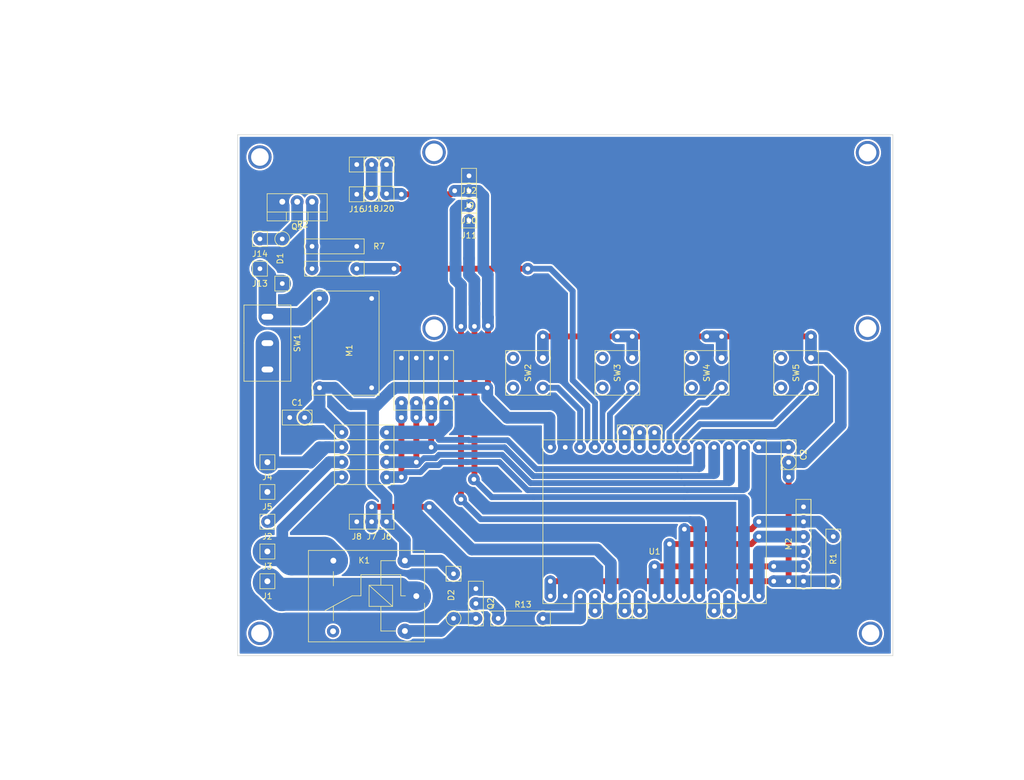
<source format=kicad_pcb>
(kicad_pcb (version 20171130) (host pcbnew "(5.1.6)-1")
  (layers (0 F.Cu signal) (31 B.Cu signal) (34 B.Paste user) (35 F.Paste user hide) (36 B.SilkS user) (37 F.SilkS user) (38 B.Mask user) (39 F.Mask user hide) (44 Edge.Cuts user))
  (net 0 "")
  (net 1 GND)
  (net 2 +5V)
  (net 3 +3V3)
  (net 4 "Net-(C2-Pad2)")
  (net 5 "Net-(D1-Pad2)")
  (net 6 "Net-(D2-Pad2)")
  (net 7 PUMP_IN)
  (net 8 PUMP_OUT)
  (net 9 PUMP2_IN)
  (net 10 LED_DATA)
  (net 11 SDA)
  (net 12 SCL)
  (net 13 +12V)
  (net 14 MISO)
  (net 15 SCLK)
  (net 16 MOSI)
  (net 17 SD_CS)
  (net 18 RELAY)
  (net 19 S_POUT)
  (net 20 S_PIN2)
  (net 21 S_12V)
  (net 22 S_5V)
  (net 23 BUTTON1)
  (net 24 BUTTON2)
  (net 25 BUTTON3)
  (net 26 BUTTON4)
  (net 27 ALARM)
  (net 28 RAW_12V)
  (net 29 "Net-(J17-Pad1)")
  (net 30 "Net-(Q2-Pad2)")
  (net 31 "Net-(Q1-Pad1)")
  (net 32 "Net-(J21-Pad1)")
  (net 33 "Net-(J22-Pad1)")
  (net 34 "Net-(J23-Pad1)")
  (net 35 "Net-(J24-Pad1)")
  (net 36 "Net-(J25-Pad1)")
  (net 37 "Net-(J26-Pad1)")
  (net 38 "Net-(J27-Pad1)")
  (net 39 "Net-(J28-Pad1)")
  (module cnc3018-PCB:ESP32-DEV_0 (layer F.Cu) (at 71.12 -22.86)
    (fp_text reference U1 (at 0 5.08) (layer F.SilkS))
    (fp_text value ESP32_DEV_0)
    (pad 1 thru_hole circle (at -17.78 -12.7) (size 2 2) (drill 0.8) (layers *.Cu *.Mask) (net 2 +5V))
    (pad 2 thru_hole circle (at -15.24 -12.7) (size 2 2) (drill 0.8) (layers *.Cu *.Mask) (net 1 GND))
    (pad 3 thru_hole circle (at -12.7 -12.7) (size 2 2) (drill 0.8) (layers *.Cu *.Mask) (net 23 BUTTON1))
    (pad 4 thru_hole circle (at -10.16 -12.7) (size 2 2) (drill 0.8) (layers *.Cu *.Mask) (net 27 ALARM))
    (pad 5 thru_hole circle (at -7.62 -12.7) (size 2 2) (drill 0.8) (layers *.Cu *.Mask) (net 24 BUTTON2))
    (pad 6 thru_hole circle (at -5.08 -12.7) (size 2 2) (drill 0.8) (layers *.Cu *.Mask) (net 35 "Net-(J24-Pad1)"))
    (pad 7 thru_hole circle (at -2.54 -12.7) (size 2 2) (drill 0.8) (layers *.Cu *.Mask) (net 36 "Net-(J25-Pad1)"))
    (pad 8 thru_hole circle (at 0 -12.7) (size 2 2) (drill 0.8) (layers *.Cu *.Mask) (net 37 "Net-(J26-Pad1)"))
    (pad 9 thru_hole circle (at 2.54 -12.7) (size 2 2) (drill 0.8) (layers *.Cu *.Mask) (net 25 BUTTON3))
    (pad 10 thru_hole circle (at 5.08 -12.7) (size 2 2) (drill 0.8) (layers *.Cu *.Mask) (net 26 BUTTON4))
    (pad 11 thru_hole circle (at 7.62 -12.7) (size 2 2) (drill 0.8) (layers *.Cu *.Mask) (net 22 S_5V))
    (pad 12 thru_hole circle (at 10.16 -12.7) (size 2 2) (drill 0.8) (layers *.Cu *.Mask) (net 21 S_12V))
    (pad 13 thru_hole circle (at 12.7 -12.7) (size 2 2) (drill 0.8) (layers *.Cu *.Mask) (net 20 S_PIN2))
    (pad 14 thru_hole circle (at 15.24 -12.7) (size 2 2) (drill 0.8) (layers *.Cu *.Mask) (net 19 S_POUT))
    (pad 15 thru_hole circle (at 17.78 -12.7) (size 2 2) (drill 0.8) (layers *.Cu *.Mask) (net 4 "Net-(C2-Pad2)"))
    (pad 16 thru_hole circle (at 17.78 12.7) (size 2 2) (drill 0.8) (layers *.Cu *.Mask) (net 16 MOSI))
    (pad 17 thru_hole circle (at 15.24 12.7) (size 2 2) (drill 0.8) (layers *.Cu *.Mask) (net 12 SCL))
    (pad 18 thru_hole circle (at 12.7 12.7) (size 2 2) (drill 0.8) (layers *.Cu *.Mask) (net 39 "Net-(J28-Pad1)"))
    (pad 19 thru_hole circle (at 10.16 12.7) (size 2 2) (drill 0.8) (layers *.Cu *.Mask) (net 38 "Net-(J27-Pad1)"))
    (pad 20 thru_hole circle (at 7.62 12.7) (size 2 2) (drill 0.8) (layers *.Cu *.Mask) (net 11 SDA))
    (pad 21 thru_hole circle (at 5.08 12.7) (size 2 2) (drill 0.8) (layers *.Cu *.Mask) (net 14 MISO))
    (pad 22 thru_hole circle (at 2.54 12.7) (size 2 2) (drill 0.8) (layers *.Cu *.Mask) (net 15 SCLK))
    (pad 23 thru_hole circle (at 0 12.7) (size 2 2) (drill 0.8) (layers *.Cu *.Mask) (net 17 SD_CS))
    (pad 24 thru_hole circle (at -2.54 12.7) (size 2 2) (drill 0.8) (layers *.Cu *.Mask) (net 34 "Net-(J23-Pad1)"))
    (pad 25 thru_hole circle (at -5.08 12.7) (size 2 2) (drill 0.8) (layers *.Cu *.Mask) (net 33 "Net-(J22-Pad1)"))
    (pad 26 thru_hole circle (at -7.62 12.7) (size 2 2) (drill 0.8) (layers *.Cu *.Mask) (net 10 LED_DATA))
    (pad 27 thru_hole circle (at -10.16 12.7) (size 2 2) (drill 0.8) (layers *.Cu *.Mask) (net 32 "Net-(J21-Pad1)"))
    (pad 28 thru_hole circle (at -12.7 12.7) (size 2 2) (drill 0.8) (layers *.Cu *.Mask) (net 18 RELAY))
    (pad 29 thru_hole circle (at -15.24 12.7) (size 2 2) (drill 0.8) (layers *.Cu *.Mask) (net 1 GND))
    (pad 30 thru_hole circle (at -17.78 12.7) (size 2 2) (drill 0.8) (layers *.Cu *.Mask) (net 3 +3V3))
  )
  (module cnc3018-PCB:my1pin (layer F.Cu) (at 20.32 -78.74)
    (fp_text reference J16 (at 0 2.54) (layer F.SilkS))
    (fp_text value LED_GND)
    (pad 1 thru_hole circle (at 0 0) (size 2.2 2.2) (drill 0.8) (layers *.Cu *.Mask) (net 1 GND))
  )
  (module cnc3018-PCB:my2pin (layer F.Cu) (at 11.43 -40.64 180)
    (fp_text reference C1 (at 1.27 2.54) (layer F.SilkS))
    (fp_text value 47uf)
    (pad 2 thru_hole circle (at 2.54 0 180) (size 2.2 2.2) (drill 0.8) (layers *.Cu *.Mask) (net 1 GND))
    (pad 1 thru_hole circle (at 0 0 180) (size 2.2 2.2) (drill 0.8) (layers *.Cu *.Mask) (net 2 +5V))
  )
  (module cnc3018-PCB:my2pin (layer F.Cu) (at 93.98 -33.02 90)
    (fp_text reference C2 (at 1.27 2.54 90) (layer F.SilkS))
    (fp_text value 10uf)
    (pad 1 thru_hole circle (at 0 0 90) (size 2.2 2.2) (drill 0.8) (layers *.Cu *.Mask) (net 3 +3V3))
    (pad 2 thru_hole circle (at 2.54 0 90) (size 2.2 2.2) (drill 0.8) (layers *.Cu *.Mask) (net 4 "Net-(C2-Pad2)"))
  )
  (module cnc3018-PCB:my1pin (layer F.Cu) (at 5.08 -12.7)
    (fp_text reference J1 (at 0 2.54) (layer F.SilkS))
    (fp_text value "PUMP IN")
    (pad 1 thru_hole circle (at 0 0) (size 2.1 2.1) (drill 1) (layers *.Cu *.Mask) (net 7 PUMP_IN))
  )
  (module cnc3018-PCB:my1pin (layer F.Cu) (at 5.08 -17.78)
    (fp_text reference J3 (at 0 2.54) (layer F.SilkS))
    (fp_text value "PUMP OUT")
    (pad 1 thru_hole circle (at 0 0) (size 2.1 2.1) (drill 1) (layers *.Cu *.Mask) (net 8 PUMP_OUT))
  )
  (module cnc3018-PCB:my1pin (layer F.Cu) (at 5.08 -22.86)
    (fp_text reference J2 (at 0 2.54) (layer F.SilkS))
    (fp_text value "PUMP2 IN")
    (pad 1 thru_hole circle (at 0 0) (size 2.1 2.1) (drill 1) (layers *.Cu *.Mask) (net 9 PUMP2_IN))
  )
  (module cnc3018-PCB:my1pin (layer F.Cu) (at 5.08 -33.02)
    (fp_text reference J4 (at 0 2.54) (layer F.SilkS))
    (fp_text value 12V)
    (pad 1 thru_hole circle (at 0 0) (size 2.1 2.1) (drill 1) (layers *.Cu *.Mask) (net 28 RAW_12V))
  )
  (module cnc3018-PCB:my1pin (layer F.Cu) (at 5.08 -27.94)
    (fp_text reference J5 (at 0 2.54) (layer F.SilkS))
    (fp_text value GND)
    (pad 1 thru_hole circle (at 0 0) (size 2.1 2.1) (drill 1) (layers *.Cu *.Mask) (net 1 GND))
  )
  (module cnc3018-PCB:my1pin (layer F.Cu) (at 25.4 -22.86)
    (fp_text reference J6 (at 0 2.54) (layer F.SilkS))
    (fp_text value LED_5V)
    (pad 1 thru_hole circle (at 0 0) (size 2.2 2.2) (drill 0.8) (layers *.Cu *.Mask) (net 2 +5V))
  )
  (module cnc3018-PCB:my1pin (layer F.Cu) (at 22.86 -22.86)
    (fp_text reference J7 (at 0 2.54) (layer F.SilkS))
    (fp_text value LED_DATA)
    (pad 1 thru_hole circle (at 0 0) (size 2.2 2.2) (drill 0.8) (layers *.Cu *.Mask) (net 10 LED_DATA))
  )
  (module cnc3018-PCB:my1pin (layer F.Cu) (at 20.32 -22.86)
    (fp_text reference J8 (at 0 2.54) (layer F.SilkS))
    (fp_text value LED_GND)
    (pad 1 thru_hole circle (at 0 0) (size 2.2 2.2) (drill 0.8) (layers *.Cu *.Mask) (net 1 GND))
  )
  (module cnc3018-PCB:my1pin (layer F.Cu) (at 39.47 -79.34)
    (fp_text reference J9 (at 0 2.54) (layer F.SilkS))
    (fp_text value LCD_5V)
    (pad 1 thru_hole circle (at 0 0) (size 2.2 2.2) (drill 0.8) (layers *.Cu *.Mask) (net 2 +5V))
  )
  (module cnc3018-PCB:my1pin (layer F.Cu) (at 39.47 -76.8)
    (fp_text reference J10 (at 0 2.54) (layer F.SilkS))
    (fp_text value LCD_SDA)
    (pad 1 thru_hole circle (at 0 0) (size 2.2 2.2) (drill 0.8) (layers *.Cu *.Mask) (net 11 SDA))
  )
  (module cnc3018-PCB:my1pin (layer F.Cu) (at 39.47 -74.26)
    (fp_text reference J11 (at 0 2.54) (layer F.SilkS))
    (fp_text value LCD_SCL)
    (pad 1 thru_hole circle (at 0 0) (size 2.2 2.2) (drill 0.8) (layers *.Cu *.Mask) (net 12 SCL))
  )
  (module cnc3018-PCB:my1pin (layer F.Cu) (at 39.47 -81.89)
    (fp_text reference J12 (at 0 2.54) (layer F.SilkS))
    (fp_text value LCD_GND)
    (pad 1 thru_hole circle (at 0 0) (size 2.2 2.2) (drill 0.8) (layers *.Cu *.Mask) (net 1 GND))
  )
  (module cnc3018-PCB:my1pin (layer F.Cu) (at 3.81 -66.04)
    (fp_text reference J13 (at 0 2.54) (layer F.SilkS))
    (fp_text value ALARM+)
    (pad 1 thru_hole circle (at 0 0) (size 2.2 2.2) (drill 0.8) (layers *.Cu *.Mask) (net 13 +12V))
  )
  (module cnc3018-PCB:my1pin (layer F.Cu) (at 3.81 -71.12)
    (fp_text reference J14 (at 0 2.54) (layer F.SilkS))
    (fp_text value ALARM-)
    (pad 1 thru_hole circle (at 0 0) (size 2.2 2.2) (drill 0.8) (layers *.Cu *.Mask) (net 5 "Net-(D1-Pad2)"))
  )
  (module Relay_THT:Relay_SPDT_SANYOU_SRD_Series_Form_C (layer F.Cu) (at 30.48 -10.16 180)
    (fp_text reference K1 (at 8.89 6.096) (layer F.SilkS))
    (fp_text value RELAY)
    (pad 2 thru_hole circle (at 1.95 6.05 270) (size 2.5 2.5) (drill 1) (layers *.Cu *.Mask) (net 2 +5V))
    (pad 3 thru_hole circle (at 14.15 6.05 180) (size 2.1 2.1) (drill 1) (layers *.Cu *.Mask) (net 8 PUMP_OUT))
    (pad 4 thru_hole circle (at 14.2 -6 180) (size 2.1 2.1) (drill 1) (layers *.Cu *.Mask))
    (pad 5 thru_hole circle (at 1.95 -5.95 270) (size 2.5 2.5) (drill 1) (layers *.Cu *.Mask) (net 6 "Net-(D2-Pad2)"))
    (pad 1 thru_hole circle (at 0 0 180) (size 2.1 2.1) (drill 1) (layers *.Cu *.Mask) (net 7 PUMP_IN))
  )
  (module cnc3018-PCB:BUCK01 (layer F.Cu) (at 22.86 -55.88 270)
    (fp_text reference M1 (at 3.81 3.81 90) (layer F.SilkS))
    (fp_text value BUCK01)
    (pad 1 thru_hole circle (at -5.08 0 270) (size 2.2 2.2) (drill 0.8) (layers *.Cu *.Mask) (net 1 GND))
    (pad 2 thru_hole circle (at 10.16 0 270) (size 2.2 2.2) (drill 0.8) (layers *.Cu *.Mask) (net 1 GND))
    (pad 3 thru_hole circle (at 10.16 8.89 270) (size 2.2 2.2) (drill 0.8) (layers *.Cu *.Mask) (net 2 +5V))
    (pad 4 thru_hole circle (at -5.08 8.89 270) (size 2.2 2.2) (drill 0.8) (layers *.Cu *.Mask) (net 13 +12V))
  )
  (module cnc3018-PCB:my6Pin (layer F.Cu) (at 96.52 -25.4 270)
    (fp_text reference M2 (at 6.35 2.54 90) (layer F.SilkS))
    (fp_text value SD_TYP0)
    (pad 1 thru_hole circle (at 0 0 270) (size 2.2 2.2) (drill 0.8) (layers *.Cu *.Mask) (net 1 GND))
    (pad 2 thru_hole circle (at 2.54 0 270) (size 2.2 2.2) (drill 0.8) (layers *.Cu *.Mask) (net 14 MISO))
    (pad 3 thru_hole circle (at 5.08 0 270) (size 2.2 2.2) (drill 0.8) (layers *.Cu *.Mask) (net 15 SCLK))
    (pad 4 thru_hole circle (at 7.62 0 270) (size 2.2 2.2) (drill 0.8) (layers *.Cu *.Mask) (net 16 MOSI))
    (pad 5 thru_hole circle (at 10.16 0 270) (size 2.2 2.2) (drill 0.8) (layers *.Cu *.Mask) (net 17 SD_CS))
    (pad 6 thru_hole circle (at 12.7 0 270) (size 2.2 2.2) (drill 0.8) (layers *.Cu *.Mask) (net 3 +3V3))
  )
  (module cnc3018-PCB:myResistor (layer F.Cu) (at 101.6 -20.32 270)
    (fp_text reference R1 (at 3.81 0 90) (layer F.SilkS))
    (fp_text value 10K)
    (pad 2 thru_hole circle (at 7.62 0 270) (size 2.2 2.2) (drill 0.8) (layers *.Cu *.Mask) (net 3 +3V3))
    (pad 1 thru_hole circle (at 0 0 270) (size 2.2 2.2) (drill 0.8) (layers *.Cu *.Mask) (net 14 MISO))
  )
  (module cnc3018-PCB:myResistor (layer F.Cu) (at 17.78 -30.48)
    (fp_text reference R3)
    (fp_text value 4.7K)
    (pad 1 thru_hole circle (at 0 0) (size 2.2 2.2) (drill 0.8) (layers *.Cu *.Mask) (net 8 PUMP_OUT))
    (pad 2 thru_hole circle (at 7.62 0) (size 2.2 2.2) (drill 0.8) (layers *.Cu *.Mask) (net 19 S_POUT))
  )
  (module cnc3018-PCB:myResistor (layer F.Cu) (at 17.78 -33.02)
    (fp_text reference R4)
    (fp_text value 4.7K)
    (pad 2 thru_hole circle (at 7.62 0) (size 2.2 2.2) (drill 0.8) (layers *.Cu *.Mask) (net 20 S_PIN2))
    (pad 1 thru_hole circle (at 0 0) (size 2.2 2.2) (drill 0.8) (layers *.Cu *.Mask) (net 9 PUMP2_IN))
  )
  (module cnc3018-PCB:myResistor (layer F.Cu) (at 17.78 -35.56)
    (fp_text reference R5)
    (fp_text value 4.7K)
    (pad 2 thru_hole circle (at 7.62 0) (size 2.2 2.2) (drill 0.8) (layers *.Cu *.Mask) (net 21 S_12V))
    (pad 1 thru_hole circle (at 0 0) (size 2.2 2.2) (drill 0.8) (layers *.Cu *.Mask) (net 28 RAW_12V))
  )
  (module cnc3018-PCB:myResistor (layer F.Cu) (at 17.78 -38.1)
    (fp_text reference R6 hide)
    (fp_text value 10K)
    (pad 2 thru_hole circle (at 7.62 0) (size 2.2 2.2) (drill 0.8) (layers *.Cu *.Mask) (net 22 S_5V))
    (pad 1 thru_hole circle (at 0 0) (size 2.2 2.2) (drill 0.8) (layers *.Cu *.Mask) (net 2 +5V))
  )
  (module cnc3018-PCB:myResistor (layer F.Cu) (at 27.94 -43.18 90)
    (fp_text reference R8)
    (fp_text value 1K)
    (pad 2 thru_hole circle (at 7.62 0 90) (size 2.2 2.2) (drill 0.8) (layers *.Cu *.Mask) (net 1 GND))
    (pad 1 thru_hole circle (at 0 0 90) (size 2.2 2.2) (drill 0.8) (layers *.Cu *.Mask) (net 19 S_POUT))
  )
  (module cnc3018-PCB:myResistor (layer F.Cu) (at 30.48 -43.18 90)
    (fp_text reference R9)
    (fp_text value 1K)
    (pad 2 thru_hole circle (at 7.62 0 90) (size 2.2 2.2) (drill 0.8) (layers *.Cu *.Mask) (net 1 GND))
    (pad 1 thru_hole circle (at 0 0 90) (size 2.2 2.2) (drill 0.8) (layers *.Cu *.Mask) (net 20 S_PIN2))
  )
  (module cnc3018-PCB:myResistor (layer F.Cu) (at 33.02 -43.18 90)
    (fp_text reference R10)
    (fp_text value 1K)
    (pad 2 thru_hole circle (at 7.62 0 90) (size 2.2 2.2) (drill 0.8) (layers *.Cu *.Mask) (net 1 GND))
    (pad 1 thru_hole circle (at 0 0 90) (size 2.2 2.2) (drill 0.8) (layers *.Cu *.Mask) (net 21 S_12V))
  )
  (module cnc3018-PCB:myResistor (layer F.Cu) (at 35.56 -43.18 90)
    (fp_text reference R11)
    (fp_text value 10K)
    (pad 2 thru_hole circle (at 7.62 0 90) (size 2.2 2.2) (drill 0.8) (layers *.Cu *.Mask) (net 1 GND))
    (pad 1 thru_hole circle (at 0 0 90) (size 2.2 2.2) (drill 0.8) (layers *.Cu *.Mask) (net 22 S_5V))
  )
  (module cnc3018-PCB:myResistor (layer F.Cu) (at 44.45 -6.35)
    (fp_text reference R13 (at 4.225 -2.375) (layer F.SilkS))
    (fp_text value 1K)
    (pad 1 thru_hole circle (at 0 0) (size 2.2 2.2) (drill 0.8) (layers *.Cu *.Mask) (net 30 "Net-(Q2-Pad2)"))
    (pad 2 thru_hole circle (at 7.62 0) (size 2.2 2.2) (drill 0.8) (layers *.Cu *.Mask) (net 18 RELAY))
  )
  (module cnc3018-PCB:SW_DPDT_BLUE_LEVER (layer F.Cu) (at 5.08 -53.34 90)
    (fp_text reference SW1 (at 0 5.08 90) (layer F.SilkS))
    (fp_text value POWER)
    (pad 2 thru_hole oval (at 0 0 90) (size 2 3) (drill oval 1 2) (layers *.Cu *.Mask) (net 28 RAW_12V))
    (pad 1 thru_hole oval (at -4.5 0 90) (size 2 3) (drill oval 1 2) (layers *.Cu *.Mask) (net 28 RAW_12V))
    (pad 3 thru_hole oval (at 4.5 0 90) (size 2 3) (drill oval 1 2) (layers *.Cu *.Mask) (net 13 +12V))
  )
  (module cnc3018-PCB:BUTTON (layer F.Cu) (at 49.53 -48.26 90)
    (fp_text reference SW2 (at 0 0 90) (layer F.SilkS))
    (fp_text value BUTTON1)
    (pad 3 thru_hole circle (at -2.54 -2.54 90) (size 2.1 2.1) (drill 1) (layers *.Cu *.Mask))
    (pad 4 thru_hole circle (at 2.54 -2.54 90) (size 2.1 2.1) (drill 1) (layers *.Cu *.Mask))
    (pad 2 thru_hole circle (at -2.54 2.54 90) (size 2.1 2.1) (drill 1) (layers *.Cu *.Mask) (net 23 BUTTON1))
    (pad 1 thru_hole circle (at 2.54 2.54 90) (size 2.1 2.1) (drill 1) (layers *.Cu *.Mask) (net 3 +3V3))
  )
  (module cnc3018-PCB:BUTTON (layer F.Cu) (at 64.77 -48.26 90)
    (fp_text reference SW3 (at 0 0 90) (layer F.SilkS))
    (fp_text value BUTTON2)
    (pad 1 thru_hole circle (at 2.54 2.54 90) (size 2.1 2.1) (drill 1) (layers *.Cu *.Mask) (net 3 +3V3))
    (pad 2 thru_hole circle (at -2.54 2.54 90) (size 2.1 2.1) (drill 1) (layers *.Cu *.Mask) (net 24 BUTTON2))
    (pad 4 thru_hole circle (at 2.54 -2.54 90) (size 2.1 2.1) (drill 1) (layers *.Cu *.Mask))
    (pad 3 thru_hole circle (at -2.54 -2.54 90) (size 2.1 2.1) (drill 1) (layers *.Cu *.Mask))
  )
  (module cnc3018-PCB:BUTTON (layer F.Cu) (at 80.01 -48.26 90)
    (fp_text reference SW4 (at 0 0 90) (layer F.SilkS))
    (fp_text value BUTTON3)
    (pad 3 thru_hole circle (at -2.54 -2.54 90) (size 2.1 2.1) (drill 1) (layers *.Cu *.Mask))
    (pad 4 thru_hole circle (at 2.54 -2.54 90) (size 2.1 2.1) (drill 1) (layers *.Cu *.Mask))
    (pad 2 thru_hole circle (at -2.54 2.54 90) (size 2.1 2.1) (drill 1) (layers *.Cu *.Mask) (net 25 BUTTON3))
    (pad 1 thru_hole circle (at 2.54 2.54 90) (size 2.1 2.1) (drill 1) (layers *.Cu *.Mask) (net 3 +3V3))
  )
  (module cnc3018-PCB:BUTTON (layer F.Cu) (at 95.25 -48.26 90)
    (fp_text reference SW5 (at 0 0 90) (layer F.SilkS))
    (fp_text value BUTTON4)
    (pad 1 thru_hole circle (at 2.54 2.54 90) (size 2.1 2.1) (drill 1) (layers *.Cu *.Mask) (net 3 +3V3))
    (pad 2 thru_hole circle (at -2.54 2.54 90) (size 2.1 2.1) (drill 1) (layers *.Cu *.Mask) (net 26 BUTTON4))
    (pad 4 thru_hole circle (at 2.54 -2.54 90) (size 2.1 2.1) (drill 1) (layers *.Cu *.Mask))
    (pad 3 thru_hole circle (at -2.54 -2.54 90) (size 2.1 2.1) (drill 1) (layers *.Cu *.Mask))
  )
  (module cnc3018-PCB:my1pin (layer F.Cu) (at 20.32 -83.82 90)
    (fp_text reference J15)
    (fp_text value LED_GND)
    (pad 1 thru_hole circle (at 0 0 90) (size 2.2 2.2) (drill 0.8) (layers *.Cu *.Mask) (net 1 GND))
  )
  (module cnc3018-PCB:my1pin (layer F.Cu) (at 22.86 -83.82)
    (fp_text reference J17)
    (fp_text value LED_DATA)
    (pad 1 thru_hole circle (at 0 0) (size 2.2 2.2) (drill 0.8) (layers *.Cu *.Mask) (net 29 "Net-(J17-Pad1)"))
  )
  (module cnc3018-PCB:my1pin (layer F.Cu) (at 22.770001 -78.829999)
    (fp_text reference J18 (at 0 2.54) (layer F.SilkS))
    (fp_text value LED_DATA)
    (pad 1 thru_hole circle (at 0 0) (size 2.2 2.2) (drill 0.8) (layers *.Cu *.Mask) (net 29 "Net-(J17-Pad1)"))
  )
  (module cnc3018-PCB:my1pin (layer F.Cu) (at 25.4 -83.82)
    (fp_text reference J19)
    (fp_text value LED_5V)
    (pad 1 thru_hole circle (at 0 0) (size 2.2 2.2) (drill 0.8) (layers *.Cu *.Mask) (net 2 +5V))
  )
  (module cnc3018-PCB:my1pin (layer F.Cu) (at 25.4 -78.829999)
    (fp_text reference J20 (at 0 2.54) (layer F.SilkS))
    (fp_text value LED_5V)
    (pad 1 thru_hole circle (at 0 0) (size 2.2 2.2) (drill 0.8) (layers *.Cu *.Mask) (net 2 +5V))
  )
  (module cnc3018-PCB:my3pin (layer F.Cu) (at 40.64 -8.89 90)
    (fp_text reference Q2 (at 0 2.54 90) (layer F.SilkS))
    (fp_text value BCS547)
    (pad 1 thru_hole circle (at -2.54 0 90) (size 2.2 2.2) (drill 0.8) (layers *.Cu *.Mask) (net 6 "Net-(D2-Pad2)"))
    (pad 2 thru_hole circle (at 0 0 90) (size 2.2 2.2) (drill 0.8) (layers *.Cu *.Mask) (net 30 "Net-(Q2-Pad2)"))
    (pad 3 thru_hole circle (at 2.54 0 90) (size 2.2 2.2) (drill 0.8) (layers *.Cu *.Mask) (net 1 GND))
  )
  (module cnc3018-PCB:mySkip2 (layer F.Cu) (at 36.83 -13.97 270)
    (fp_text reference D2 (at 3.645 0.405 90) (layer F.SilkS))
    (fp_text value 1N4005)
    (pad 1 thru_hole circle (at 0 0 270) (size 2.2 2.2) (drill 0.8) (layers *.Cu *.Mask) (net 2 +5V))
    (pad 2 thru_hole circle (at 7.62 0 270) (size 2.2 2.2) (drill 0.8) (layers *.Cu *.Mask) (net 6 "Net-(D2-Pad2)"))
  )
  (module Package_TO_SOT_THT:TO-220-3_Vertical (layer F.Cu) (at 12.7 -77.47 180)
    (fp_text reference Q1 (at 2.54 -4.27) (layer F.SilkS))
    (fp_text value IRLZ44N)
    (pad 1 thru_hole circle (at 0 0 180) (size 2.2 2.2) (drill 1) (layers *.Cu *.Mask) (net 31 "Net-(Q1-Pad1)"))
    (pad 2 thru_hole circle (at 2.54 0 180) (size 2.2 2.2) (drill 1) (layers *.Cu *.Mask) (net 5 "Net-(D1-Pad2)"))
    (pad 3 thru_hole circle (at 5.08 0 180) (size 2.2 2.2) (drill 1) (layers *.Cu *.Mask) (net 1 GND))
  )
  (module cnc3018-PCB:myResistor (layer F.Cu) (at 20.32 -66.04 180)
    (fp_text reference R2 (at 9.217999 7.559999) (layer F.SilkS))
    (fp_text value 220)
    (pad 1 thru_hole circle (at 0 0 180) (size 2.2 2.2) (drill 0.8) (layers *.Cu *.Mask) (net 27 ALARM))
    (pad 2 thru_hole circle (at 7.62 0 180) (size 2.2 2.2) (drill 0.8) (layers *.Cu *.Mask) (net 31 "Net-(Q1-Pad1)"))
  )
  (module cnc3018-PCB:myResistor (layer F.Cu) (at 12.7 -69.85)
    (fp_text reference R7 (at 11.43 0) (layer F.SilkS))
    (fp_text value 10K)
    (pad 2 thru_hole circle (at 7.62 0) (size 2.2 2.2) (drill 0.8) (layers *.Cu *.Mask) (net 1 GND))
    (pad 1 thru_hole circle (at 0 0) (size 2.2 2.2) (drill 0.8) (layers *.Cu *.Mask) (net 31 "Net-(Q1-Pad1)"))
  )
  (module cnc3018-PCB:mySkip2 (layer F.Cu) (at 7.62 -63.5 90)
    (fp_text reference D1 (at 4.275 -0.37 90) (layer F.SilkS))
    (fp_text value 1N5818)
    (pad 1 thru_hole circle (at 0 0 90) (size 2.2 2.2) (drill 0.8) (layers *.Cu *.Mask) (net 13 +12V))
    (pad 2 thru_hole circle (at 7.62 0 90) (size 2.2 2.2) (drill 0.8) (layers *.Cu *.Mask) (net 5 "Net-(D1-Pad2)"))
  )
  (module cnc3018-PCB:my1pin (layer F.Cu) (at 60.96 -7.62)
    (fp_text reference J21)
    (fp_text value AUX)
    (pad 1 thru_hole circle (at 0 0) (size 2.2 2.2) (drill 0.8) (layers *.Cu *.Mask) (net 32 "Net-(J21-Pad1)"))
  )
  (module cnc3018-PCB:my1pin (layer F.Cu) (at 66.04 -7.62)
    (fp_text reference J22)
    (fp_text value AUX)
    (pad 1 thru_hole circle (at 0 0) (size 2.2 2.2) (drill 0.8) (layers *.Cu *.Mask) (net 33 "Net-(J22-Pad1)"))
  )
  (module cnc3018-PCB:my1pin (layer F.Cu) (at 68.58 -7.62)
    (fp_text reference J23)
    (fp_text value AUX)
    (pad 1 thru_hole circle (at 0 0) (size 2.2 2.2) (drill 0.8) (layers *.Cu *.Mask) (net 34 "Net-(J23-Pad1)"))
  )
  (module cnc3018-PCB:my1pin (layer F.Cu) (at 66.04 -38.1)
    (fp_text reference J24)
    (fp_text value AUX)
    (pad 1 thru_hole circle (at 0 0) (size 2.2 2.2) (drill 0.8) (layers *.Cu *.Mask) (net 35 "Net-(J24-Pad1)"))
  )
  (module cnc3018-PCB:my1pin (layer F.Cu) (at 68.58 -38.1)
    (fp_text reference J25)
    (fp_text value AUX)
    (pad 1 thru_hole circle (at 0 0) (size 2.2 2.2) (drill 0.8) (layers *.Cu *.Mask) (net 36 "Net-(J25-Pad1)"))
  )
  (module cnc3018-PCB:my1pin (layer F.Cu) (at 71.12 -38.1)
    (fp_text reference J26)
    (fp_text value AUX)
    (pad 1 thru_hole circle (at 0 0) (size 2.2 2.2) (drill 0.8) (layers *.Cu *.Mask) (net 37 "Net-(J26-Pad1)"))
  )
  (module cnc3018-PCB:my1pin (layer F.Cu) (at 81.28 -7.62)
    (fp_text reference J27)
    (fp_text value AUX)
    (pad 1 thru_hole circle (at 0 0) (size 2.2 2.2) (drill 0.8) (layers *.Cu *.Mask) (net 38 "Net-(J27-Pad1)"))
  )
  (module cnc3018-PCB:my1pin (layer F.Cu) (at 83.82 -7.62)
    (fp_text reference J28)
    (fp_text value AUX)
    (pad 1 thru_hole circle (at 0 0) (size 2.2 2.2) (drill 0.8) (layers *.Cu *.Mask) (net 39 "Net-(J28-Pad1)"))
  )
  (gr_line (start 111.76 -88.9) (end 0 -88.9) (layer Edge.Cuts) (width 0.1))
  (gr_line (start 111.76 0) (end 111.76 -88.9) (layer Edge.Cuts) (width 0.1))
  (gr_line (start 0 0) (end 111.76 0) (layer Edge.Cuts) (width 0.1))
  (gr_line (start 0 -88.9) (end 0 0) (layer Edge.Cuts) (width 0.1))
  (via (at 107.442 -85.852) (size 4) (drill 3) (layers F.Cu B.Cu) (net 0))
  (via (at 107.95 -3.81) (size 4) (drill 3) (layers F.Cu B.Cu) (net 0))
  (via (at 33.528 -55.88) (size 4) (drill 3) (layers F.Cu B.Cu) (net 0))
  (via (at 3.81 -3.81) (size 4) (drill 3) (layers F.Cu B.Cu) (net 0))
  (via (at 107.442 -55.88) (size 4) (drill 3) (layers F.Cu B.Cu) (net 0))
  (via (at 33.5 -85.9) (size 4) (drill 3) (layers F.Cu B.Cu) (net 0))
  (via (at 3.8 -85.1) (size 4) (drill 3) (layers F.Cu B.Cu) (net 0))
  (segment (start 13.97 -45.72) (end 16.51 -45.72) (width 2) (layer B.Cu) (net 2))
  (segment (start 28.53 -19.73) (end 28.53 -16.21) (width 2) (layer B.Cu) (net 2))
  (segment (start 13.97 -43.18) (end 11.43 -40.64) (width 2) (layer B.Cu) (net 2))
  (segment (start 15.24 -40.64) (end 17.78 -38.1) (width 2) (layer B.Cu) (net 2))
  (segment (start 11.43 -40.64) (end 15.24 -40.64) (width 2) (layer B.Cu) (net 2))
  (segment (start 13.97 -41.91) (end 15.24 -40.64) (width 2) (layer B.Cu) (net 2))
  (segment (start 13.97 -43.18) (end 13.97 -41.91) (width 2) (layer B.Cu) (net 2))
  (segment (start 25.4 -22.86) (end 27.305 -20.955) (width 2) (layer B.Cu) (net 2))
  (segment (start 27.305 -20.955) (end 28.53 -19.73) (width 2) (layer B.Cu) (net 2))
  (segment (start 13.97 -45.72) (end 13.97 -44.45) (width 2) (layer B.Cu) (net 2))
  (segment (start 13.97 -44.45) (end 13.97 -43.18) (width 2) (layer B.Cu) (net 2))
  (segment (start 16.51 -45.72) (end 17.145 -45.085) (width 2) (layer B.Cu) (net 2))
  (segment (start 18.415 -43.815) (end 16.51 -45.72) (width 2) (layer B.Cu) (net 2))
  (segment (start 17.145 -45.085) (end 18.415 -43.815) (width 2) (layer B.Cu) (net 2))
  (segment (start 25.4 -83.82) (end 25.4 -78.829999) (width 2) (layer B.Cu) (net 2))
  (via (at 27.94 -78.74) (size 2) (drill 0.8) (layers F.Cu B.Cu) (net 2))
  (segment (start 39.47 -79.34) (end 37.0174 -79.34) (width 2) (layer B.Cu) (net 2))
  (segment (start 37.0174 -79.34) (end 37.0174 -79.34) (width 2) (layer B.Cu) (net 2))
  (via (at 37.0174 -79.34) (size 2) (drill 0.8) (layers F.Cu B.Cu) (net 2))
  (segment (start 18.415 -43.815) (end 19.304 -42.926) (width 2) (layer B.Cu) (net 2))
  (segment (start 19.304 -42.926) (end 23.876 -42.926) (width 2) (layer B.Cu) (net 2))
  (segment (start 23.099999 -29.351001) (end 23.099999 -42.149999) (width 2) (layer B.Cu) (net 2))
  (segment (start 23.099999 -42.149999) (end 23.876 -42.926) (width 2) (layer B.Cu) (net 2))
  (segment (start 28.82002 -15.91998) (end 28.53 -16.21) (width 2) (layer B.Cu) (net 2))
  (segment (start 25.4 -27.051) (end 25.4 -22.86) (width 2) (layer B.Cu) (net 2))
  (segment (start 23.099999 -29.351001) (end 25.4 -27.051) (width 2) (layer B.Cu) (net 2))
  (segment (start 27.850001 -78.829999) (end 27.94 -78.74) (width 2) (layer B.Cu) (net 2))
  (segment (start 25.4 -78.829999) (end 27.850001 -78.829999) (width 2) (layer B.Cu) (net 2))
  (segment (start 36.4174 -78.74) (end 37.0174 -79.34) (width 1) (layer F.Cu) (net 2))
  (segment (start 27.94 -78.74) (end 36.4174 -78.74) (width 1) (layer F.Cu) (net 2))
  (segment (start 41.91 -78.455634) (end 41.91 -65.786) (width 2) (layer B.Cu) (net 2))
  (segment (start 41.025634 -79.34) (end 41.91 -78.455634) (width 2) (layer B.Cu) (net 2))
  (segment (start 41.91 -65.786) (end 42.672 -65.024) (width 2) (layer B.Cu) (net 2))
  (segment (start 39.47 -79.34) (end 41.025634 -79.34) (width 2) (layer B.Cu) (net 2))
  (segment (start 34.59 -16.21) (end 36.83 -13.97) (width 2) (layer B.Cu) (net 2))
  (segment (start 28.53 -16.21) (end 34.59 -16.21) (width 2) (layer B.Cu) (net 2))
  (segment (start 42.672 -57.772) (end 42.7 -57.744) (width 2) (layer B.Cu) (net 2))
  (segment (start 42.672 -65.024) (end 42.672 -57.772) (width 2) (layer B.Cu) (net 2))
  (segment (start 42.7 -57.744) (end 42.7 -56.3) (width 2) (layer B.Cu) (net 2))
  (segment (start 26.430001 -45.480001) (end 26.557001 -45.480001) (width 2) (layer B.Cu) (net 2))
  (segment (start 23.876 -42.926) (end 26.430001 -45.480001) (width 2) (layer B.Cu) (net 2))
  (segment (start 26.797 -45.72) (end 42.58 -45.72) (width 2) (layer B.Cu) (net 2))
  (segment (start 26.557001 -45.480001) (end 26.797 -45.72) (width 2) (layer B.Cu) (net 2))
  (segment (start 42.7 -56.3) (end 42.7 -56.3) (width 2) (layer B.Cu) (net 2))
  (via (at 42.7 -56.3) (size 2) (drill 0.8) (layers F.Cu B.Cu) (net 2))
  (segment (start 42.58 -45.72) (end 42.58 -45.72) (width 2) (layer B.Cu) (net 2))
  (via (at 42.58 -45.72) (size 2) (drill 0.8) (layers F.Cu B.Cu) (net 2))
  (segment (start 42.7 -45.84) (end 42.58 -45.72) (width 1) (layer F.Cu) (net 2))
  (segment (start 42.7 -56.3) (end 42.7 -45.84) (width 1) (layer F.Cu) (net 2))
  (segment (start 42.58 -45.72) (end 42.58 -44.02) (width 2) (layer B.Cu) (net 2))
  (segment (start 42.58 -44.02) (end 46 -40.6) (width 2) (layer B.Cu) (net 2))
  (segment (start 46 -40.6) (end 53.2 -40.6) (width 2) (layer B.Cu) (net 2))
  (segment (start 53.2 -35.7) (end 53.34 -35.56) (width 2) (layer B.Cu) (net 2))
  (segment (start 53.2 -40.6) (end 53.2 -35.7) (width 2) (layer B.Cu) (net 2))
  (segment (start 96.52 -12.7) (end 93.98 -12.7) (width 2) (layer B.Cu) (net 3))
  (segment (start 96.52 -12.7) (end 101.6 -12.7) (width 2) (layer B.Cu) (net 3))
  (segment (start 91.44 -12.7) (end 91.44 -12.7) (width 2) (layer B.Cu) (net 3))
  (via (at 91.44 -12.7) (size 2) (drill 0.8) (layers F.Cu B.Cu) (net 3))
  (via (at 53.34 -12.7) (size 2) (drill 0.8) (layers F.Cu B.Cu) (net 3))
  (segment (start 93.98 -12.7) (end 91.44 -12.7) (width 2) (layer B.Cu) (net 3))
  (via (at 93.98 -12.7) (size 2) (drill 0.8) (layers F.Cu B.Cu) (net 3))
  (via (at 93.98 -30.48) (size 2) (drill 0.8) (layers F.Cu B.Cu) (net 3))
  (segment (start 53.34 -10.16) (end 53.34 -12.7) (width 2) (layer B.Cu) (net 3))
  (segment (start 91.44 -12.7) (end 53.34 -12.7) (width 1) (layer F.Cu) (net 3))
  (segment (start 67.31 -54.483) (end 64.77 -54.483) (width 2) (layer B.Cu) (net 3))
  (segment (start 82.55 -54.483) (end 80.01 -54.483) (width 2) (layer B.Cu) (net 3))
  (via (at 80.01 -54.483) (size 2) (drill 0.8) (layers F.Cu B.Cu) (net 3))
  (via (at 82.55 -54.483) (size 2) (drill 0.8) (layers F.Cu B.Cu) (net 3))
  (via (at 67.31 -54.483) (size 2) (drill 0.8) (layers F.Cu B.Cu) (net 3))
  (via (at 64.77 -54.483) (size 2) (drill 0.8) (layers F.Cu B.Cu) (net 3))
  (via (at 52.07 -54.483) (size 2) (drill 0.8) (layers F.Cu B.Cu) (net 3))
  (via (at 97.79 -54.483) (size 2) (drill 0.8) (layers F.Cu B.Cu) (net 3))
  (segment (start 93.98 -33.02) (end 96.52 -33.02) (width 2) (layer B.Cu) (net 3))
  (segment (start 93.98 -12.7) (end 93.98 -29.21) (width 1) (layer F.Cu) (net 3))
  (segment (start 80.01 -54.483) (end 67.185998 -54.483) (width 1) (layer F.Cu) (net 3))
  (segment (start 64.77 -54.483) (end 52.07 -54.483) (width 1) (layer F.Cu) (net 3))
  (segment (start 96.52 -33.02) (end 102.87 -39.37) (width 2) (layer B.Cu) (net 3))
  (segment (start 102.87 -39.37) (end 102.87 -48.26) (width 2) (layer B.Cu) (net 3))
  (segment (start 102.87 -48.26) (end 100.33 -50.8) (width 2) (layer B.Cu) (net 3))
  (segment (start 100.33 -50.8) (end 97.79 -50.8) (width 2) (layer B.Cu) (net 3))
  (segment (start 82.55 -50.8) (end 82.55 -54.483) (width 2) (layer B.Cu) (net 3))
  (segment (start 67.31 -50.8) (end 67.31 -54.483) (width 2) (layer B.Cu) (net 3))
  (segment (start 52.07 -50.8) (end 52.07 -54.483) (width 2) (layer B.Cu) (net 3))
  (segment (start 97.79 -50.8) (end 97.79 -54.483) (width 2) (layer B.Cu) (net 3))
  (segment (start 82.55 -54.483) (end 97.79 -54.483) (width 1) (layer F.Cu) (net 3))
  (segment (start 93.98 -33.02) (end 93.98 -30.48) (width 2) (layer B.Cu) (net 3))
  (segment (start 93.98 -29.21) (end 93.98 -30.48) (width 1) (layer F.Cu) (net 3))
  (segment (start 88.9 -35.56) (end 93.98 -35.56) (width 2) (layer B.Cu) (net 4))
  (segment (start 3.81 -71.12) (end 7.62 -71.12) (width 2) (layer B.Cu) (net 5))
  (segment (start 7.62 -71.12) (end 10.16 -73.66) (width 2) (layer B.Cu) (net 5))
  (segment (start 10.16 -73.66) (end 10.16 -77.47) (width 2) (layer B.Cu) (net 5))
  (segment (start 28.93 -3.81) (end 28.53 -4.21) (width 2) (layer B.Cu) (net 6))
  (segment (start 34.69 -4.21) (end 36.83 -6.35) (width 2) (layer B.Cu) (net 6))
  (segment (start 28.53 -4.21) (end 34.69 -4.21) (width 2) (layer B.Cu) (net 6))
  (segment (start 36.83 -6.35) (end 40.64 -6.35) (width 2) (layer B.Cu) (net 6))
  (segment (start 5.210495 -12.4714) (end 5.090485 -12.4714) (width 5) (layer B.Cu) (net 7))
  (segment (start 7.52539 -10.08951) (end 5.1054 -12.5095) (width 5) (layer B.Cu) (net 7))
  (segment (start 30.48 -10.16) (end 24.13 -10.16) (width 5) (layer B.Cu) (net 7))
  (segment (start 19.05 -10.16) (end 7.62 -10.16) (width 5) (layer B.Cu) (net 7))
  (segment (start 24.13 -10.16) (end 24.13 -10.16) (width 5) (layer B.Cu) (net 7))
  (segment (start 30.48 -10.16) (end 27.94 -10.16) (width 5) (layer B.Cu) (net 7))
  (segment (start 19.05 -10.16) (end 20.32 -11.43) (width 1.5) (layer B.Cu) (net 7))
  (segment (start 20.193 -11.303) (end 19.05 -10.16) (width 1.5) (layer B.Cu) (net 7))
  (segment (start 24.13 -10.16) (end 19.05 -10.16) (width 5) (layer B.Cu) (net 7))
  (segment (start 28.067 -12.2809) (end 30.41699 -9.93091) (width 2) (layer B.Cu) (net 7))
  (segment (start 5.1435 -12.2809) (end 28.0035 -12.2809) (width 2) (layer B.Cu) (net 7))
  (segment (start 5.08 -12.7) (end 5.27001 -12.50999) (width 2) (layer B.Cu) (net 7))
  (segment (start 14.76 -17.78) (end 16.33 -16.21) (width 5) (layer B.Cu) (net 8))
  (segment (start 15.24 -18.26) (end 14.76 -17.78) (width 1.5) (layer B.Cu) (net 8))
  (segment (start 9.19 -16.21) (end 7.62 -17.78) (width 5) (layer B.Cu) (net 8))
  (segment (start 16.33 -16.21) (end 9.19 -16.21) (width 5) (layer B.Cu) (net 8))
  (segment (start 5.08 -17.78) (end 7.62 -17.78) (width 5) (layer B.Cu) (net 8))
  (segment (start 7.62 -17.78) (end 14.76 -17.78) (width 5) (layer B.Cu) (net 8))
  (segment (start 17.78 -30.48) (end 16.51 -30.48) (width 2) (layer B.Cu) (net 8))
  (segment (start 16.51 -30.48) (end 7.62 -21.59) (width 2) (layer B.Cu) (net 8))
  (segment (start 7.62 -21.59) (end 7.62 -17.78) (width 2) (layer B.Cu) (net 8))
  (segment (start 15.621 -33.02) (end 17.78 -33.02) (width 2) (layer B.Cu) (net 9))
  (segment (start 5.08 -22.86) (end 5.461 -22.86) (width 2) (layer B.Cu) (net 9))
  (segment (start 5.461 -22.86) (end 15.621 -33.02) (width 2) (layer B.Cu) (net 9))
  (via (at 22.86 -25.4) (size 2) (drill 0.8) (layers F.Cu B.Cu) (net 10))
  (via (at 32.6898 -25.3746) (size 2) (drill 0.8) (layers F.Cu B.Cu) (net 10))
  (segment (start 22.86 -22.86) (end 22.86 -21.995998) (width 2) (layer B.Cu) (net 10))
  (segment (start 63.5 -15.938718) (end 61.318728 -18.11999) (width 2) (layer B.Cu) (net 10))
  (segment (start 63.66256 -10.027702) (end 63.66256 -15.80642) (width 2) (layer B.Cu) (net 10))
  (segment (start 22.86 -22.86) (end 22.86 -25.4) (width 2) (layer B.Cu) (net 10))
  (segment (start 39.94441 -18.11999) (end 61.318728 -18.11999) (width 2) (layer B.Cu) (net 10))
  (segment (start 32.6898 -25.3746) (end 39.94441 -18.11999) (width 2) (layer B.Cu) (net 10))
  (segment (start 32.6644 -25.4) (end 32.6898 -25.3746) (width 1) (layer F.Cu) (net 10))
  (segment (start 22.86 -25.4) (end 32.6644 -25.4) (width 1) (layer F.Cu) (net 10))
  (segment (start 37.169999 -76.055633) (end 37.169999 -66.970001) (width 2) (layer B.Cu) (net 11))
  (segment (start 39.47 -76.8) (end 37.914366 -76.8) (width 2) (layer B.Cu) (net 11))
  (segment (start 37.914366 -76.8) (end 37.169999 -76.055633) (width 2) (layer B.Cu) (net 11))
  (segment (start 37.169999 -66.970001) (end 37.169999 -66.335001) (width 2) (layer B.Cu) (net 11))
  (segment (start 37.169999 -66.970001) (end 37.169999 -64.176001) (width 2) (layer B.Cu) (net 11))
  (segment (start 37.169999 -64.176001) (end 38.1 -63.246) (width 2) (layer B.Cu) (net 11))
  (segment (start 38.1 -63.246) (end 38.1 -56.2) (width 2) (layer B.Cu) (net 11))
  (segment (start 38.1 -56.2) (end 38.1 -56.2) (width 2) (layer B.Cu) (net 11))
  (via (at 38.1 -26.67) (size 2) (drill 0.8) (layers F.Cu B.Cu) (net 11))
  (via (at 38.1 -56.2) (size 2) (drill 0.8) (layers F.Cu B.Cu) (net 11))
  (segment (start 38.1 -56.2) (end 38.1 -28.3) (width 1) (layer F.Cu) (net 11))
  (segment (start 38.1 -28.3) (end 38.1 -26.67) (width 1) (layer F.Cu) (net 11))
  (segment (start 41.479999 -23.290001) (end 38.1 -26.67) (width 1) (layer B.Cu) (net 11))
  (segment (start 78.091002 -22.215) (end 78.74 -22.215) (width 1) (layer B.Cu) (net 11))
  (segment (start 77.190001 -23.116001) (end 78.091002 -22.215) (width 1) (layer B.Cu) (net 11))
  (segment (start 77.190001 -23.290001) (end 77.190001 -23.116001) (width 1) (layer B.Cu) (net 11))
  (segment (start 77.190001 -23.290001) (end 41.479999 -23.290001) (width 1) (layer B.Cu) (net 11))
  (segment (start 78.74 -10.16) (end 78.74 -22.215) (width 2) (layer B.Cu) (net 11))
  (segment (start 78.709999 -23.290001) (end 77.190001 -23.290001) (width 1) (layer B.Cu) (net 11))
  (segment (start 78.74 -22.215) (end 78.74 -22.765) (width 2) (layer B.Cu) (net 11))
  (segment (start 39.47 -74.26) (end 39.47 -67.781282) (width 2) (layer B.Cu) (net 12))
  (segment (start 39.47 -64.987283) (end 40.386 -64.071283) (width 2) (layer B.Cu) (net 12))
  (segment (start 39.47 -67.781282) (end 39.47 -64.987283) (width 2) (layer B.Cu) (net 12))
  (segment (start 50.449963 -27.049963) (end 76.197052 -27.049962) (width 1) (layer B.Cu) (net 12))
  (segment (start 76.197052 -27.049962) (end 84.9 -27.049962) (width 1) (layer B.Cu) (net 12))
  (segment (start 84.9 -27.049962) (end 86.4 -27.049962) (width 1) (layer B.Cu) (net 12))
  (segment (start 86.36 -10.16) (end 86.36 -26.46) (width 2) (layer B.Cu) (net 12))
  (segment (start 50.449963 -27.049963) (end 43.350037 -27.049963) (width 1) (layer B.Cu) (net 12))
  (segment (start 43.350037 -27.049963) (end 40.3 -30.1) (width 1) (layer B.Cu) (net 12))
  (segment (start 40.386 -60.086) (end 40.4 -60.072) (width 2) (layer B.Cu) (net 12))
  (segment (start 40.386 -64.071283) (end 40.386 -60.086) (width 2) (layer B.Cu) (net 12))
  (segment (start 40.4 -60.072) (end 40.4 -56.2) (width 2) (layer B.Cu) (net 12))
  (segment (start 40.4 -56.2) (end 40.4 -56.2) (width 2) (layer B.Cu) (net 12))
  (via (at 40.4 -56.2) (size 2) (drill 0.8) (layers F.Cu B.Cu) (net 12))
  (segment (start 40.3 -30.1) (end 40.3 -30.1) (width 1) (layer B.Cu) (net 12))
  (via (at 40.3 -30.1) (size 2) (drill 0.8) (layers F.Cu B.Cu) (net 12))
  (segment (start 40.4 -30.2) (end 40.3 -30.1) (width 1) (layer F.Cu) (net 12))
  (segment (start 40.4 -56.2) (end 40.4 -30.2) (width 1) (layer F.Cu) (net 12))
  (segment (start 5.08 -57.84) (end 10.85 -57.84) (width 3) (layer B.Cu) (net 13))
  (segment (start 3.81 -66.04) (end 5.08 -64.77) (width 3) (layer B.Cu) (net 13))
  (segment (start 5.08 -64.77) (end 5.08 -63.5) (width 3) (layer B.Cu) (net 13))
  (segment (start 7.62 -63.5) (end 5.08 -63.5) (width 3) (layer B.Cu) (net 13))
  (segment (start 5.08 -63.5) (end 5.08 -57.84) (width 3) (layer B.Cu) (net 13))
  (segment (start 10.85 -57.84) (end 13.97 -60.96) (width 3) (layer B.Cu) (net 13))
  (segment (start 96.52 -22.86) (end 88.9 -22.86) (width 2) (layer B.Cu) (net 14))
  (segment (start 99.06 -22.86) (end 101.6 -20.32) (width 2) (layer B.Cu) (net 14))
  (segment (start 96.52 -22.86) (end 99.06 -22.86) (width 2) (layer B.Cu) (net 14))
  (segment (start 76.2 -10.16) (end 76.2 -21.59) (width 2) (layer B.Cu) (net 14))
  (segment (start 88.9 -22.86) (end 88.9 -22.86) (width 2) (layer B.Cu) (net 14))
  (via (at 88.9 -22.86) (size 2) (drill 0.8) (layers F.Cu B.Cu) (net 14))
  (segment (start 76.2 -21.59) (end 76.2 -21.59) (width 2) (layer B.Cu) (net 14))
  (via (at 76.2 -21.59) (size 2) (drill 0.8) (layers F.Cu B.Cu) (net 14))
  (segment (start 87.63 -21.59) (end 88.9 -22.86) (width 1) (layer F.Cu) (net 14))
  (segment (start 76.2 -21.59) (end 87.63 -21.59) (width 1) (layer F.Cu) (net 14))
  (segment (start 96.52 -20.32) (end 88.9 -20.32) (width 2) (layer B.Cu) (net 15))
  (segment (start 73.66 -10.16) (end 73.66 -19.05) (width 2) (layer B.Cu) (net 15))
  (segment (start 88.9 -20.32) (end 88.9 -20.32) (width 2) (layer B.Cu) (net 15))
  (via (at 88.9 -20.32) (size 2) (drill 0.8) (layers F.Cu B.Cu) (net 15))
  (segment (start 73.66 -19.05) (end 73.66 -19.05) (width 2) (layer B.Cu) (net 15))
  (via (at 73.66 -19.05) (size 2) (drill 0.8) (layers F.Cu B.Cu) (net 15))
  (segment (start 87.63 -19.05) (end 88.9 -20.32) (width 1) (layer F.Cu) (net 15))
  (segment (start 73.66 -19.05) (end 87.63 -19.05) (width 1) (layer F.Cu) (net 15))
  (segment (start 96.52 -17.78) (end 88.9 -17.78) (width 2) (layer B.Cu) (net 16))
  (segment (start 88.9 -15.24) (end 88.9 -10.16) (width 2) (layer B.Cu) (net 16))
  (segment (start 88.9 -17.78) (end 88.9 -15.24) (width 2) (layer B.Cu) (net 16))
  (segment (start 96.52 -15.24) (end 91.44 -15.24) (width 2) (layer B.Cu) (net 17))
  (segment (start 71.12 -10.16) (end 71.12 -15.24) (width 2) (layer B.Cu) (net 17))
  (segment (start 91.44 -15.24) (end 91.44 -15.24) (width 2) (layer B.Cu) (net 17))
  (via (at 91.44 -15.24) (size 2) (drill 0.8) (layers F.Cu B.Cu) (net 17))
  (segment (start 71.12 -15.24) (end 71.12 -15.24) (width 2) (layer B.Cu) (net 17))
  (via (at 71.12 -15.24) (size 2) (drill 0.8) (layers F.Cu B.Cu) (net 17))
  (segment (start 71.12 -15.24) (end 91.44 -15.24) (width 1) (layer F.Cu) (net 17))
  (segment (start 52.07 -6.35) (end 58.42 -6.35) (width 2) (layer B.Cu) (net 18))
  (segment (start 58.42 -6.35) (end 58.42 -10.16) (width 2) (layer B.Cu) (net 18))
  (segment (start 25.4 -30.48) (end 27.94 -30.48) (width 2) (layer B.Cu) (net 19))
  (segment (start 27.94 -30.48) (end 27.94 -30.48) (width 2) (layer B.Cu) (net 19))
  (via (at 27.94 -30.48) (size 2) (drill 0.8) (layers F.Cu B.Cu) (net 19))
  (segment (start 27.94 -43.18) (end 27.94 -40.64) (width 2) (layer B.Cu) (net 19))
  (segment (start 27.94 -40.64) (end 27.94 -40.64) (width 2) (layer B.Cu) (net 19))
  (via (at 27.94 -40.64) (size 2) (drill 0.8) (layers F.Cu B.Cu) (net 19))
  (segment (start 27.94 -40.64) (end 27.94 -40.64) (width 2) (layer B.Cu) (net 19))
  (via (at 27.94 -40.64) (size 2) (drill 0.8) (layers F.Cu B.Cu) (net 19))
  (segment (start 27.94 -40.64) (end 27.94 -30.48) (width 1) (layer F.Cu) (net 19))
  (segment (start 25.4 -30.48) (end 25.4 -30.162282) (width 2) (layer B.Cu) (net 19))
  (segment (start 27.94 -30.54) (end 28.71999 -31.31999) (width 1) (layer B.Cu) (net 19))
  (segment (start 27.94 -30.48) (end 27.94 -30.54) (width 1) (layer B.Cu) (net 19))
  (segment (start 31.184167 -31.31999) (end 32.18001 -32.315833) (width 1) (layer B.Cu) (net 19))
  (segment (start 28.71999 -31.31999) (end 31.184167 -31.31999) (width 1) (layer B.Cu) (net 19))
  (segment (start 32.30998 -32.50998) (end 34.283359 -32.50998) (width 1) (layer B.Cu) (net 19))
  (segment (start 32.18001 -32.315833) (end 32.18001 -32.38001) (width 1) (layer B.Cu) (net 19))
  (segment (start 32.18001 -32.38001) (end 32.30998 -32.50998) (width 1) (layer B.Cu) (net 19))
  (segment (start 34.283359 -32.50998) (end 34.823379 -33.05) (width 1) (layer B.Cu) (net 19))
  (segment (start 34.823379 -33.05) (end 38.95 -33.05) (width 1) (layer B.Cu) (net 19))
  (segment (start 38.95 -33.05) (end 39.35 -33.05) (width 1) (layer B.Cu) (net 19))
  (segment (start 44.65879 -33.05) (end 49.458821 -28.249971) (width 1) (layer B.Cu) (net 19))
  (segment (start 38.95 -33.05) (end 44.65879 -33.05) (width 1) (layer B.Cu) (net 19))
  (segment (start 49.458821 -28.249971) (end 76.694112 -28.249972) (width 1) (layer B.Cu) (net 19))
  (segment (start 76.694112 -28.249972) (end 86.288972 -28.249972) (width 1) (layer B.Cu) (net 19))
  (segment (start 86.36 -35.56) (end 86.36 -28.84) (width 2) (layer B.Cu) (net 19))
  (segment (start 30.48 -43.18) (end 30.48 -40.64) (width 2) (layer B.Cu) (net 20))
  (segment (start 30.48 -40.64) (end 30.48 -40.64) (width 2) (layer B.Cu) (net 20))
  (via (at 30.48 -40.64) (size 2) (drill 0.8) (layers F.Cu B.Cu) (net 20))
  (via (at 30.48 -33.02) (size 2) (drill 0.8) (layers F.Cu B.Cu) (net 20))
  (segment (start 30.48 -40.64) (end 30.48 -33.02) (width 1) (layer F.Cu) (net 20))
  (segment (start 25.4 -33.02) (end 30.48 -33.02) (width 2) (layer B.Cu) (net 20))
  (segment (start 31.12 -33.02) (end 31.80999 -33.70999) (width 1) (layer B.Cu) (net 20))
  (segment (start 31.80999 -33.70999) (end 33.786299 -33.70999) (width 1) (layer B.Cu) (net 20))
  (segment (start 30.48 -33.02) (end 31.12 -33.02) (width 1) (layer B.Cu) (net 20))
  (segment (start 33.786299 -33.70999) (end 34.366309 -34.29) (width 1) (layer B.Cu) (net 20))
  (segment (start 45.11586 -34.29) (end 49.95588 -29.44998) (width 1) (layer B.Cu) (net 20))
  (segment (start 34.366309 -34.29) (end 45.11586 -34.29) (width 1) (layer B.Cu) (net 20))
  (segment (start 49.95588 -29.44998) (end 76.197051 -29.449981) (width 1) (layer B.Cu) (net 20))
  (segment (start 76.197051 -29.449981) (end 83.805981 -29.449981) (width 1) (layer B.Cu) (net 20))
  (segment (start 83.82 -35.56) (end 83.82 -29.972) (width 2) (layer B.Cu) (net 20))
  (segment (start 33.02 -35.56) (end 25.4 -35.56) (width 2.3) (layer B.Cu) (net 21))
  (segment (start 33.02 -35.56) (end 33.02 -35.56) (width 2) (layer B.Cu) (net 21))
  (via (at 33.02 -35.56) (size 2) (drill 0.8) (layers F.Cu B.Cu) (net 21))
  (segment (start 33.02 -43.18) (end 33.02 -40.64) (width 2) (layer B.Cu) (net 21))
  (segment (start 33.02 -40.64) (end 33.02 -40.64) (width 2) (layer B.Cu) (net 21))
  (via (at 33.02 -40.64) (size 2) (drill 0.8) (layers F.Cu B.Cu) (net 21))
  (segment (start 33.02 -40.64) (end 33.02 -35.56) (width 1) (layer F.Cu) (net 21))
  (segment (start 45.54293 -35.56) (end 50.45294 -30.64999) (width 1) (layer B.Cu) (net 21))
  (segment (start 50.45294 -30.64999) (end 75.69999 -30.64999) (width 1) (layer B.Cu) (net 21))
  (segment (start 33.02 -35.56) (end 45.54293 -35.56) (width 1) (layer B.Cu) (net 21))
  (segment (start 75.69999 -30.64999) (end 81.06899 -30.64999) (width 1) (layer B.Cu) (net 21))
  (segment (start 81.28 -35.56) (end 81.28 -31.149991) (width 2) (layer B.Cu) (net 21))
  (segment (start 34.29 -38.1) (end 25.4 -38.1) (width 2.3) (layer B.Cu) (net 22))
  (segment (start 35.56 -43.18) (end 35.56 -40.64) (width 2.3) (layer B.Cu) (net 22))
  (segment (start 35.56 -39.37) (end 35.56 -40.64) (width 2.3) (layer B.Cu) (net 22))
  (segment (start 34.29 -38.1) (end 35.56 -39.37) (width 2.3) (layer B.Cu) (net 22))
  (segment (start 39.48999 -36.76001) (end 46.03999 -36.76001) (width 1) (layer B.Cu) (net 22))
  (segment (start 39.42 -36.83) (end 39.48999 -36.76001) (width 1) (layer B.Cu) (net 22))
  (segment (start 50.95 -31.85) (end 75.03 -31.85) (width 1) (layer B.Cu) (net 22))
  (segment (start 34.366309 -36.83) (end 39.42 -36.83) (width 1) (layer B.Cu) (net 22))
  (segment (start 34.29 -38.1) (end 34.29 -36.906309) (width 1) (layer B.Cu) (net 22))
  (segment (start 34.29 -36.906309) (end 34.366309 -36.83) (width 1) (layer B.Cu) (net 22))
  (segment (start 46.03999 -36.76001) (end 50.95 -31.85) (width 1) (layer B.Cu) (net 22))
  (segment (start 75.03 -31.85) (end 78.713 -31.85) (width 1) (layer B.Cu) (net 22))
  (segment (start 78.74 -32.377) (end 78.713 -32.35) (width 2) (layer B.Cu) (net 22))
  (segment (start 78.74 -35.56) (end 78.74 -32.377) (width 2) (layer B.Cu) (net 22))
  (segment (start 58.42 -35.56) (end 58.42 -41.91) (width 1) (layer B.Cu) (net 23))
  (segment (start 54.61 -45.72) (end 52.07 -45.72) (width 1) (layer B.Cu) (net 23))
  (segment (start 58.42 -41.91) (end 54.61 -45.72) (width 1) (layer B.Cu) (net 23))
  (segment (start 63.5 -35.56) (end 63.5 -41.2) (width 1) (layer B.Cu) (net 24))
  (segment (start 67.31 -45.01) (end 67.31 -45.72) (width 1) (layer B.Cu) (net 24))
  (segment (start 63.5 -41.2) (end 67.31 -45.01) (width 1) (layer B.Cu) (net 24))
  (segment (start 80.01 -43.18) (end 82.55 -45.72) (width 1) (layer B.Cu) (net 25))
  (segment (start 78.74 -43.18) (end 80.01 -43.18) (width 1) (layer B.Cu) (net 25))
  (segment (start 73.66 -35.56) (end 73.66 -38.1) (width 1) (layer B.Cu) (net 25))
  (segment (start 73.66 -38.1) (end 78.74 -43.18) (width 1) (layer B.Cu) (net 25))
  (segment (start 76.2 -35.56) (end 76.2 -36.83) (width 1) (layer B.Cu) (net 26))
  (segment (start 76.2 -36.83) (end 78.867 -39.497) (width 1) (layer B.Cu) (net 26))
  (segment (start 91.567 -39.497) (end 97.79 -45.72) (width 1) (layer B.Cu) (net 26))
  (segment (start 78.867 -39.497) (end 91.567 -39.497) (width 1) (layer B.Cu) (net 26))
  (segment (start 60.877559 -35.642441) (end 60.96 -35.56) (width 2) (layer B.Cu) (net 27))
  (segment (start 20.32 -66.04) (end 20.32 -66.04) (width 2) (layer B.Cu) (net 27))
  (via (at 26.67 -66.04) (size 2) (drill 0.8) (layers F.Cu B.Cu) (net 27))
  (via (at 49.5 -66.04) (size 2) (drill 0.8) (layers F.Cu B.Cu) (net 27))
  (segment (start 20.32 -66.04) (end 26.67 -66.04) (width 2) (layer B.Cu) (net 27))
  (segment (start 26.67 -66.04) (end 48.26 -66.04) (width 1) (layer F.Cu) (net 27))
  (segment (start 48.26 -66.04) (end 49.5 -66.04) (width 1) (layer F.Cu) (net 27))
  (segment (start 53.34 -66.04) (end 49.5 -66.04) (width 1) (layer B.Cu) (net 27))
  (segment (start 57.15 -46.99) (end 57.15 -62.23) (width 1) (layer B.Cu) (net 27))
  (segment (start 60.96 -35.56) (end 60.96 -43.18) (width 1) (layer B.Cu) (net 27))
  (segment (start 57.15 -62.23) (end 53.34 -66.04) (width 1) (layer B.Cu) (net 27))
  (segment (start 60.96 -43.18) (end 57.15 -46.99) (width 1) (layer B.Cu) (net 27))
  (segment (start 5.08 -33.02) (end 5.08 -53.34) (width 4) (layer B.Cu) (net 28))
  (segment (start 5.70992 -32.99714) (end 12.05992 -32.99714) (width 2) (layer B.Cu) (net 28))
  (segment (start 11.43 -33.02) (end 13.97 -35.56) (width 2) (layer B.Cu) (net 28))
  (segment (start 15.049717 -35.56) (end 13.42099 -33.931273) (width 2) (layer B.Cu) (net 28))
  (segment (start 15.621 -35.56) (end 15.049717 -35.56) (width 2) (layer B.Cu) (net 28))
  (segment (start 15.621 -35.56) (end 17.78 -35.56) (width 2) (layer B.Cu) (net 28))
  (segment (start 13.97 -35.56) (end 15.621 -35.56) (width 2) (layer B.Cu) (net 28))
  (segment (start 13.42099 -33.931273) (end 12.414359 -32.924641) (width 2) (layer B.Cu) (net 28))
  (segment (start 22.86 -78.919998) (end 22.770001 -78.829999) (width 2) (layer B.Cu) (net 29))
  (segment (start 22.86 -83.82) (end 22.86 -78.919998) (width 2) (layer B.Cu) (net 29))
  (segment (start 40.64 -8.89) (end 43.18 -8.89) (width 2) (layer B.Cu) (net 30))
  (segment (start 43.18 -8.89) (end 44.45 -7.62) (width 2) (layer B.Cu) (net 30))
  (segment (start 44.45 -7.62) (end 44.45 -6.35) (width 2) (layer B.Cu) (net 30))
  (segment (start 12.7 -77.47) (end 12.7 -69.85) (width 2) (layer B.Cu) (net 31))
  (segment (start 12.7 -69.85) (end 12.7 -66.04) (width 2) (layer B.Cu) (net 31))
  (segment (start 60.96 -10.16) (end 60.96 -7.62) (width 2) (layer B.Cu) (net 32))
  (segment (start 66.04 -10.16) (end 66.04 -7.62) (width 2) (layer B.Cu) (net 33))
  (segment (start 68.58 -10.16) (end 68.58 -7.62) (width 2) (layer B.Cu) (net 34))
  (segment (start 66.04 -35.56) (end 66.04 -38.1) (width 2) (layer B.Cu) (net 35))
  (segment (start 68.58 -35.56) (end 68.58 -38.1) (width 2) (layer B.Cu) (net 36))
  (segment (start 71.12 -35.56) (end 71.12 -38.1) (width 2) (layer B.Cu) (net 37))
  (segment (start 81.28 -10.16) (end 81.28 -7.62) (width 2) (layer B.Cu) (net 38))
  (segment (start 83.82 -10.16) (end 83.82 -7.62) (width 2) (layer B.Cu) (net 39))
  (zone (net 1) (net_name GND) (layer B.Cu) (connect_pads yes (clearance 0.3)) (min_thickness 0.254) (fill yes (arc_segments 32) (thermal_gap 0.508) (thermal_bridge_width 0.508))
    (polygon (pts (xy 111.76 0) (xy 0 0) (xy 0 -88.9) (xy 111.76 -88.9)))
  )
)
</source>
